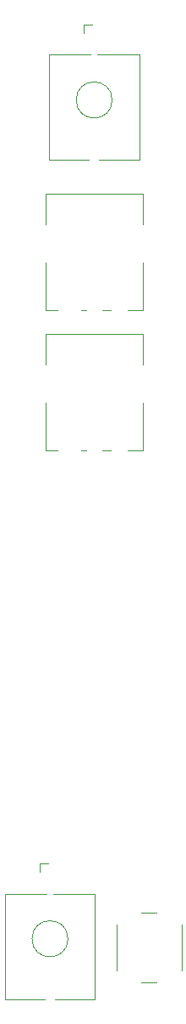
<source format=gbr>
%TF.GenerationSoftware,KiCad,Pcbnew,(6.0.0-0)*%
%TF.CreationDate,2022-12-13T23:32:20-05:00*%
%TF.ProjectId,synth-808,73796e74-682d-4383-9038-2e6b69636164,rev?*%
%TF.SameCoordinates,Original*%
%TF.FileFunction,Legend,Top*%
%TF.FilePolarity,Positive*%
%FSLAX46Y46*%
G04 Gerber Fmt 4.6, Leading zero omitted, Abs format (unit mm)*
G04 Created by KiCad (PCBNEW (6.0.0-0)) date 2022-12-13 23:32:20*
%MOMM*%
%LPD*%
G01*
G04 APERTURE LIST*
%ADD10C,0.120000*%
G04 APERTURE END LIST*
D10*
%TO.C,J2*%
X58094000Y-135392000D02*
X53944000Y-135392000D01*
X49094000Y-135392000D02*
X49094000Y-145892000D01*
X52534000Y-132412000D02*
X53394000Y-132412000D01*
X58094000Y-145892000D02*
X54094000Y-145892000D01*
X58094000Y-135392000D02*
X58094000Y-145892000D01*
X52534000Y-132412000D02*
X52534000Y-133212000D01*
X53094000Y-145892000D02*
X49094000Y-145892000D01*
X53244000Y-135392000D02*
X49094000Y-135392000D01*
X55394000Y-139892000D02*
G75*
G03*
X55394000Y-139892000I-1800000J0D01*
G01*
%TO.C,J1*%
X57517000Y-62318000D02*
X53517000Y-62318000D01*
X57667000Y-51818000D02*
X53517000Y-51818000D01*
X62517000Y-62318000D02*
X58517000Y-62318000D01*
X56957000Y-48838000D02*
X56957000Y-49638000D01*
X62517000Y-51818000D02*
X58367000Y-51818000D01*
X53517000Y-51818000D02*
X53517000Y-62318000D01*
X56957000Y-48838000D02*
X57817000Y-48838000D01*
X62517000Y-51818000D02*
X62517000Y-62318000D01*
X59817000Y-56318000D02*
G75*
G03*
X59817000Y-56318000I-1800000J0D01*
G01*
%TO.C,SW1*%
X62750000Y-144268000D02*
X64250000Y-144268000D01*
X60250000Y-138518000D02*
X60250000Y-143018000D01*
X64250000Y-137268000D02*
X62750000Y-137268000D01*
X66750000Y-143018000D02*
X66750000Y-138518000D01*
%TO.C,RV2*%
X53137000Y-91227000D02*
X53137000Y-86507000D01*
X62887000Y-91227000D02*
X62887000Y-86507000D01*
X57227000Y-91227000D02*
X56697000Y-91227000D01*
X59677000Y-91227000D02*
X58847000Y-91227000D01*
X62887000Y-82697000D02*
X62887000Y-79637000D01*
X62887000Y-79637000D02*
X53147000Y-79637000D01*
X53147000Y-82697000D02*
X53147000Y-79637000D01*
X62887000Y-91227000D02*
X61397000Y-91227000D01*
X54327000Y-91227000D02*
X53147000Y-91227000D01*
%TO.C,RV1*%
X53137000Y-77257000D02*
X53137000Y-72537000D01*
X62887000Y-65667000D02*
X53147000Y-65667000D01*
X59677000Y-77257000D02*
X58847000Y-77257000D01*
X62887000Y-77257000D02*
X61397000Y-77257000D01*
X53147000Y-68727000D02*
X53147000Y-65667000D01*
X62887000Y-68727000D02*
X62887000Y-65667000D01*
X62887000Y-77257000D02*
X62887000Y-72537000D01*
X54327000Y-77257000D02*
X53147000Y-77257000D01*
X57227000Y-77257000D02*
X56697000Y-77257000D01*
%TD*%
M02*

</source>
